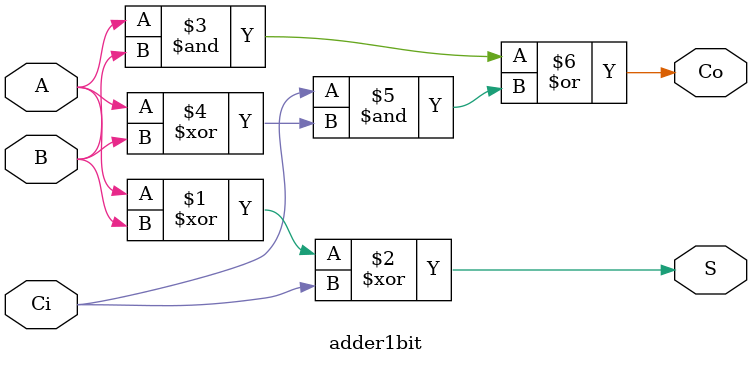
<source format=v>
`timescale 1ns / 1ps

module adder1bit(A, B, Ci, S, Co);
input A, B, Ci;
output S, Co;
assign S = A^B^Ci;
assign Co = A&B | Ci&(A^B);
endmodule

</source>
